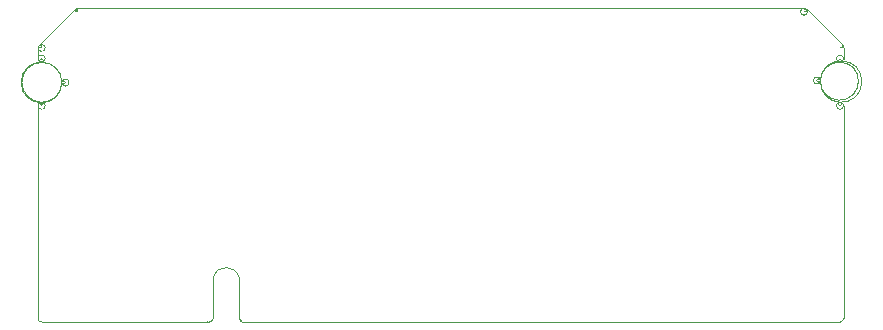
<source format=gbr>
%TF.GenerationSoftware,Altium Limited,CircuitMaker,2.0.2 (2.0.2.40)*%
G04 Layer_Color=0*
%FSLAX24Y24*%
%MOIN*%
%TF.SameCoordinates,FDAE7A5D-6217-40FD-BC7F-11D62B7A5D98*%
%TF.FilePolarity,Positive*%
%TF.FileFunction,Profile,NP*%
%TF.Part,Single*%
G01*
G75*
%TA.AperFunction,Profile*%
%ADD831C,0.0010*%
D831*
X15282Y10100D02*
Y17187D01*
D02*
G02*
X15402Y17305I118J0D01*
G01*
D02*
G02*
X15402Y17305I-2J-118D01*
G01*
Y17305D01*
D02*
G03*
X15402Y17305I-1J-59D01*
G01*
D02*
G03*
X15401Y17305I-1J-59D01*
G01*
D02*
G03*
X15401Y17305I-1J-59D01*
G01*
D02*
G02*
X15401Y17305I-1J-59D01*
G01*
Y17305D01*
D02*
G03*
X15402Y17305I6J665D01*
G01*
D02*
G03*
X15402Y17305I6J665D01*
G01*
D02*
G03*
X16073Y17963I6J665D01*
G01*
D02*
G03*
X16073Y17963I-665J7D01*
G01*
D02*
G02*
X16073Y17963I59J-0D01*
G01*
X16073D01*
D02*
G02*
X16073Y17963I-677J3D01*
G01*
D02*
G02*
X16073Y17963I59J-0D01*
G01*
D02*
G02*
X16073Y17964I59J-0D01*
G01*
D02*
G02*
X16073Y17964I59J-0D01*
G01*
X16073Y17964D01*
D02*
G03*
X16073Y17964I59J-1D01*
G01*
D02*
G03*
X16073Y17963I59J-0D01*
G01*
X16073Y17963D01*
D02*
G03*
X16073Y17963I-677J3D01*
G01*
D02*
G03*
X16073Y17964I-677J3D01*
G01*
X16073D01*
D02*
G03*
X16073Y17964I-665J7D01*
G01*
D02*
G03*
X16073Y17964I-665J6D01*
G01*
X16073D01*
D02*
G02*
X16073Y17964I118J-1D01*
G01*
X16073D01*
D02*
G03*
X16073Y17964I59J-1D01*
G01*
D02*
G03*
X16073Y17963I59J-0D01*
G01*
Y17963D01*
D02*
G03*
X16073Y17963I59J-0D01*
G01*
D02*
G03*
X16073Y17963I-665J7D01*
G01*
D02*
G03*
X16073Y17964I-665J7D01*
G01*
X16073Y17964D01*
D02*
G03*
X16073Y17967I-677J3D01*
G01*
D02*
G03*
X15400Y18643I-677J0D01*
G01*
D02*
G03*
X15400Y18643I-4J-677D01*
G01*
D02*
G03*
X15400Y18643I-4J-677D01*
G01*
D02*
G03*
X15400Y18643I-4J-677D01*
G01*
D02*
G03*
X15399Y18643I-4J-677D01*
G01*
D02*
G03*
X15400Y18643I0J59D01*
G01*
D02*
G03*
X15400Y18643I1J59D01*
G01*
D02*
G03*
X15400Y18643I0J118D01*
G01*
D02*
G03*
X15400Y18643I0J118D01*
G01*
X15400Y18643D01*
D02*
G02*
X15400Y18643I-0J59D01*
G01*
D02*
G02*
X15400Y18643I0J59D01*
G01*
D02*
G02*
X15282Y18761I0J118D01*
G01*
Y19120D01*
D02*
G02*
X15316Y19204I118J0D01*
G01*
D02*
G02*
X15317Y19204I84J-84D01*
G01*
D02*
G02*
X15317Y19204I42J-42D01*
G01*
D02*
G02*
X15317Y19204I83J-84D01*
G01*
D02*
G03*
X15317Y19204I42J-42D01*
G01*
D02*
G03*
X15317Y19204I83J-84D01*
G01*
D02*
G03*
X15317Y19204I42J-42D01*
G01*
D02*
G03*
X15316Y19204I42J-42D01*
G01*
D02*
G02*
X15317Y19204I42J-42D01*
G01*
X15316Y19204D01*
D02*
G03*
X15316Y19204I42J-42D01*
G01*
X16521Y20408D01*
D02*
G03*
X16521Y20408I42J-42D01*
G01*
D02*
G02*
X16521Y20408I42J-42D01*
G01*
X16521Y20408D01*
D02*
G02*
X16604Y20443I84J-84D01*
G01*
X40817D01*
D02*
G02*
X40901Y20408I0J-118D01*
G01*
D02*
G02*
X40901Y20408I-84J-84D01*
G01*
D02*
G03*
X40901Y20408I-42J-42D01*
G01*
D02*
G03*
X40901Y20408I-42J-42D01*
G01*
D02*
G03*
X40901Y20408I-42J-42D01*
G01*
D02*
G02*
X40901Y20408I-42J-42D01*
G01*
D02*
G02*
X40901Y20408I-42J-42D01*
G01*
D02*
G02*
X40901Y20408I-84J-83D01*
G01*
X42098Y19211D01*
D02*
G03*
X42098Y19211I-42J-42D01*
G01*
D02*
G03*
X42098Y19211I-42J-42D01*
G01*
D02*
G02*
X42098Y19211I-83J-84D01*
G01*
D02*
G02*
X42132Y19128I-84J-84D01*
G01*
Y18761D01*
D02*
G02*
X42011Y18643I-118J0D01*
G01*
D02*
G02*
X42011Y18643I3J118D01*
G01*
D02*
G02*
X42011Y18643I2J59D01*
G01*
D02*
G03*
X42011Y18643I2J59D01*
G01*
Y18643D01*
D02*
G03*
X42010Y18643I-19J-634D01*
G01*
D02*
G03*
X42010Y18643I-18J-634D01*
G01*
D02*
G03*
X42011Y18643I2J59D01*
G01*
D02*
G02*
X42010Y18643I2J59D01*
G01*
D02*
G02*
X42010Y18643I2J59D01*
G01*
Y18643D01*
D02*
G02*
X42010Y18643I-18J-634D01*
G01*
D02*
G02*
X42010Y18643I-18J-634D01*
G01*
X42010Y18643D01*
D02*
G03*
X42011Y18643I4J118D01*
G01*
X42010Y18643D01*
D02*
G02*
X42010Y18643I4J118D01*
G01*
X42010Y18643D01*
D02*
G03*
X41358Y18029I-18J-634D01*
G01*
D02*
G03*
X41358Y18028I634J-19D01*
G01*
D02*
G03*
X41358Y18028I634J-19D01*
G01*
D02*
G03*
X41358Y18028I634J-19D01*
G01*
X41358Y18028D01*
D02*
G03*
X41358Y18028I-59J2D01*
G01*
D02*
G03*
X41358Y18028I-59J1D01*
G01*
Y18028D01*
D02*
G03*
X41358Y18028I-59J2D01*
G01*
D02*
G03*
X41358Y18029I-59J2D01*
G01*
Y18029D01*
D02*
G02*
X41358Y18029I-118J3D01*
G01*
D02*
G02*
X41358Y18026I-118J3D01*
G01*
D02*
G02*
X41358Y18026I-59J3D01*
G01*
D02*
G02*
X41358Y18026I-59J3D01*
G01*
D02*
G02*
X41358Y18026I691J-30D01*
G01*
D02*
G03*
X41358Y18026I-59J3D01*
G01*
D02*
G03*
X41358Y18026I-59J3D01*
G01*
D02*
G03*
X41358Y18027I-59J2D01*
G01*
D02*
G03*
X41358Y18027I-59J2D01*
G01*
D02*
G03*
X41358Y18028I-59J3D01*
G01*
D02*
G03*
X41358Y18028I-59J3D01*
G01*
X41358Y18028D01*
D02*
G02*
X41358Y18027I-59J2D01*
G01*
D02*
G03*
X41358Y18028I-59J2D01*
G01*
X41358Y18027D01*
D02*
G02*
X41358Y18026I-59J2D01*
G01*
X41358D01*
D02*
G03*
X41358Y18026I691J-30D01*
G01*
D02*
G02*
X41358Y18026I-59J3D01*
G01*
D02*
G02*
X41358Y18026I-59J3D01*
G01*
X41358D01*
D02*
G03*
X41358Y18026I-118J6D01*
G01*
D02*
G03*
X41358Y18026I-118J6D01*
G01*
X41358Y18026D01*
D02*
G03*
X41358Y18026I691J-30D01*
G01*
D02*
G03*
X41358Y18026I691J-30D01*
G01*
D02*
G03*
X42019Y17305I691J-30D01*
G01*
D02*
G03*
X42019Y17305I31J691D01*
G01*
D02*
G03*
X42019Y17305I31J691D01*
G01*
D02*
G03*
X42019Y17305I31J691D01*
G01*
D02*
G03*
X42019Y17305I-3J-59D01*
G01*
D02*
G03*
X42019Y17305I-2J-59D01*
G01*
Y17305D01*
D02*
G02*
X42019Y17305I-5J-118D01*
G01*
D02*
G02*
X42019Y17305I-5J-118D01*
G01*
D02*
G03*
X42019Y17305I-3J-59D01*
G01*
D02*
G03*
X42019Y17305I-2J-59D01*
G01*
X42019Y17305D01*
D02*
G02*
X42019Y17305I-3J-59D01*
G01*
X42019Y17305D01*
D02*
G03*
X42019Y17305I31J691D01*
G01*
X42019D01*
D02*
G02*
X42132Y17187I-5J-118D01*
G01*
Y10100D01*
D02*
G02*
X42014Y9982I-118J0D01*
G01*
X22087D01*
D02*
G02*
X22037Y10008I0J59D01*
G01*
X22037Y10008D01*
X22037Y10008D01*
X21998Y10067D01*
D02*
G02*
X21988Y10100I49J33D01*
G01*
Y11447D01*
D02*
G03*
X21122Y11447I-433J-89D01*
G01*
Y10110D01*
D02*
G02*
X21089Y10057I-59J0D01*
G01*
X21089Y10057D01*
X21089Y10057D01*
X20952Y9988D01*
X20952Y9988D01*
X20952Y9988D01*
D02*
G02*
X20925Y9982I-27J53D01*
G01*
X15400D01*
D02*
G02*
X15282Y10100I0J118D01*
G01*
%TF.MD5,7b76a7ea7fd2f3856575a0d2aa706a60*%
M02*

</source>
